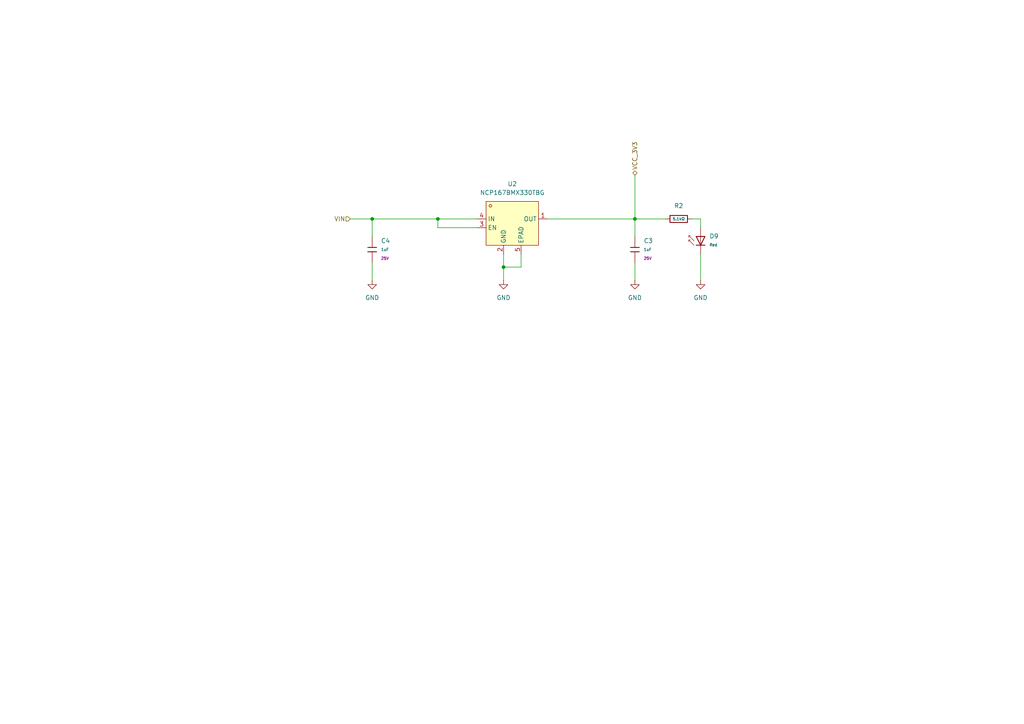
<source format=kicad_sch>
(kicad_sch (version 20250114) (generator "eeschema") (generator_version "9.0")
  (paper "A4")
  (lib_symbols
    (symbol "PCM_JLCPCB-Capacitors:0402,1uF" (pin_numbers (hide yes)) (pin_names (offset 0))
      (property "Reference" "C" (at 2.032 1.668 0))
      (property "Value" "1uF" (at 2.032 -0.3782 0))
      (property "Voltage Rated" "25V" (at 2.032 -2.0462 0))
      (symbol "0402,1uF_0_1"
        (polyline (pts (xy -1.27 0.635) (xy 1.27 0.635)) (stroke (width 0.254)))
        (polyline (pts (xy -1.27 -0.635) (xy 1.27 -0.635)) (stroke (width 0.254)))
      )
      (symbol "0402,1uF_1_1"
        (pin passive line (at 0 3.81 270) (length 3.175) (name "~") (number "1"))
        (pin passive line (at 0 -3.81 90) (length 3.175) (name "~") (number "2"))
      )
    )
    (symbol "PCM_JLCPCB-Diodes:LED,0603,Red" (pin_numbers (hide yes)) (pin_names (offset 0))
      (property "Reference" "D" (at 2.032 0.834 0))
      (property "Value" "Red" (at 2.032 -1.2122 0))
      (symbol "LED,0603,Red_0_1"
        (polyline (pts (xy -1.905 0) (xy -3.429 1.524) (xy -3.429 1.016) (xy -3.429 1.524) (xy -2.921 1.524)) (stroke (width 0.127)))
        (polyline (pts (xy -1.905 -1.27) (xy -3.429 0.254) (xy -3.429 -0.254) (xy -3.429 0.254) (xy -2.921 0.254)) (stroke (width 0.127)))
        (polyline (pts (xy -1.27 1.27) (xy 0 -1.27) (xy 1.27 1.27) (xy -1.27 1.27)) (stroke (width 0.254)))
        (polyline (pts (xy -1.27 -1.27) (xy 1.27 -1.27)) (stroke (width 0.254)))
      )
      (symbol "LED,0603,Red_1_1"
        (pin passive line (at 0 3.81 270) (length 3.81) (name "~") (number "2"))
        (pin passive line (at 0 -3.81 90) (length 3.81) (name "~") (number "1"))
      )
    )
    (symbol "PCM_JLCPCB-Resistors:0402,5.1kΩ" (pin_numbers (hide yes)) (pin_names (offset 0))
      (property "Reference" "R" (at 1.778 0 0))
      (property "Value" "5.1kΩ" (at 0 0 90))
      (symbol "0402,5.1kΩ_0_1"
        (rectangle (start -1.016 2.54) (end 1.016 -2.54) (stroke (width 0.254)))
      )
      (symbol "0402,5.1kΩ_1_1"
        (pin passive line (at 0 3.81 270) (length 1.27) (name "~") (number "1"))
        (pin passive line (at 0 -3.81 90) (length 1.27) (name "~") (number "2"))
      )
    )
    (symbol "lcsc-lib:NCP167BMX330TBG"
      (property "Reference" "U" (at 0 7.874 0))
      (property "Value" "NCP167BMX330TBG" (at 0 6.096 0))
      (symbol "NCP167BMX330TBG_0_1"
        (rectangle (start -7.62 5.08) (end 7.62 -7.62) (fill (type background)))
        (circle (center -6.35 3.81) (radius 0.38))
        (pin unspecified line (at -10.16 0 0) (length 2.54) (name "IN") (number "4"))
        (pin unspecified line (at -10.16 -2.54 0) (length 2.54) (name "EN") (number "3"))
        (pin unspecified line (at -2.54 -10.16 90) (length 2.54) (name "GND") (number "2"))
        (pin unspecified line (at 2.54 -10.16 90) (length 2.54) (name "EPAD") (number "5"))
        (pin unspecified line (at 10.16 0 180) (length 2.54) (name "OUT") (number "1"))
      )
    )
    (symbol "power:GND" (power) (pin_numbers (hide yes)) (pin_names (offset 0) (hide yes))
      (property "Value" "GND" (at 0 -3.81 0))
      (symbol "GND_0_1"
        (polyline (pts (xy 0 0) (xy 0 -1.27) (xy 1.27 -1.27) (xy 0 -2.54) (xy -1.27 -1.27) (xy 0 -1.27)))
      )
      (symbol "GND_1_1"
        (pin power_in line (at 0 0 270) (length 0) (name "~") (number "1"))
      )
    )
  )
  (junction (at 146.05 77.47))
  (junction (at 127 63.5))
  (junction (at 184.15 63.5))
  (junction (at 107.95 63.5))
  (wire (pts (xy 203.2 63.5) (xy 203.2 66.04)))
  (wire (pts (xy 151.13 77.47) (xy 146.05 77.47)))
  (wire (pts (xy 107.95 76.2) (xy 107.95 81.28)))
  (wire (pts (xy 184.15 63.5) (xy 184.15 68.58)))
  (wire (pts (xy 127 66.04) (xy 127 63.5)))
  (wire (pts (xy 203.2 73.66) (xy 203.2 81.28)))
  (wire (pts (xy 107.95 63.5) (xy 127 63.5)))
  (wire (pts (xy 146.05 77.47) (xy 146.05 81.28)))
  (wire (pts (xy 146.05 73.66) (xy 146.05 77.47)))
  (wire (pts (xy 107.95 63.5) (xy 107.95 68.58)))
  (wire (pts (xy 151.13 73.66) (xy 151.13 77.47)))
  (wire (pts (xy 158.75 63.5) (xy 184.15 63.5)))
  (wire (pts (xy 101.6 63.5) (xy 107.95 63.5)))
  (wire (pts (xy 184.15 76.2) (xy 184.15 81.28)))
  (wire (pts (xy 200.66 63.5) (xy 203.2 63.5)))
  (wire (pts (xy 127 63.5) (xy 138.43 63.5)))
  (wire (pts (xy 184.15 63.5) (xy 193.04 63.5)))
  (wire (pts (xy 184.15 50.8) (xy 184.15 63.5)))
  (wire (pts (xy 138.43 66.04) (xy 127 66.04)))
  (hierarchical_label "VCC_3V3" (shape bidirectional) (at 184.15 50.8 90))
  (hierarchical_label "VIN" (shape input) (at 101.6 63.5 180))
  (symbol (lib_id "power:GND") (at 107.95 81.28 0) (unit 1)
    (property "Reference" "#PWR018" (effects (hide yes)))
    (property "Value" "GND" (at 107.95 86.36 0))
    (property "Description" "Power symbol creates a global label with name \"GND\" , ground" (effects (hide yes)))
  )
  (symbol (lib_id "PCM_JLCPCB-Diodes:LED,0603,Red") (at 203.2 69.85 0) (unit 1)
    (property "Reference" "D9" (at 205.74 68.4846 0) (effects (justify left)))
    (property "Value" "Red" (at 205.74 71.0247 0) (effects (font (size 0.8 0.8)) (justify left)))
    (property "Footprint" "PCM_JLCPCB:D_0603" (effects (hide yes)))
    (property "Datasheet" "https://www.lcsc.com/datasheet/lcsc_datasheet_1810231112_Hubei-KENTO-Elec-KT-0603R_C2286.pdf" (effects (hide yes)))
    (property "Description" "-40°C~+85°C Red 0603 LED Indication - Discrete ROHS" (effects (hide yes)))
    (property "LCSC" "C2286" (effects (hide yes)))
    (property "Stock" "3628751" (effects (hide yes)))
    (property "Price" "0.009USD" (effects (hide yes)))
    (property "Process" "SMT" (effects (hide yes)))
    (property "Minimum Qty" "20" (effects (hide yes)))
    (property "Attrition Qty" "6" (effects (hide yes)))
    (property "Class" "Basic Component" (effects (hide yes)))
    (property "Category" "Optocouplers & LEDs & Infrared,Light Emitting Diodes (LED)" (effects (hide yes)))
    (property "Manufacturer" "Hubei KENTO Elec" (effects (hide yes)))
    (property "Part" "KT-0603R" (effects (hide yes)))
  )
  (symbol (lib_id "PCM_JLCPCB-Capacitors:0402,1uF") (at 184.15 72.39 0) (unit 1)
    (property "Reference" "C3" (at 186.69 69.8499 0) (effects (justify left)))
    (property "Value" "1uF" (at 186.69 72.39 0) (effects (font (size 0.8 0.8)) (justify left)))
    (property "Footprint" "PCM_JLCPCB:C_0402" (effects (hide yes)))
    (property "Datasheet" "https://www.lcsc.com/datasheet/lcsc_datasheet_2304140030_Samsung-Electro-Mechanics-CL05A105KA5NQNC_C52923.pdf" (effects (hide yes)))
    (property "Description" "25V 1uF X5R ±10% 0402 Multilayer Ceramic Capacitors MLCC - SMD/SMT ROHS" (effects (hide yes)))
    (property "LCSC" "C52923" (effects (hide yes)))
    (property "Stock" "9606588" (effects (hide yes)))
    (property "Price" "0.006USD" (effects (hide yes)))
    (property "Process" "SMT" (effects (hide yes)))
    (property "Minimum Qty" "20" (effects (hide yes)))
    (property "Attrition Qty" "10" (effects (hide yes)))
    (property "Class" "Basic Component" (effects (hide yes)))
    (property "Category" "Capacitors,Multilayer Ceramic Capacitors MLCC - SMD/SMT" (effects (hide yes)))
    (property "Manufacturer" "Samsung Electro-Mechanics" (effects (hide yes)))
    (property "Part" "CL05A105KA5NQNC" (effects (hide yes)))
    (property "Voltage Rated" "25V" (at 186.69 74.93 0) (effects (font (size 0.8 0.8)) (justify left)))
    (property "Tolerance" "±10%" (effects (hide yes)))
    (property "Capacitance" "1uF" (effects (hide yes)))
    (property "Temperature Coefficient" "X5R" (effects (hide yes)))
  )
  (symbol (lib_id "PCM_JLCPCB-Capacitors:0402,1uF") (at 107.95 72.39 0) (unit 1)
    (property "Reference" "C4" (at 110.49 69.8499 0) (effects (justify left)))
    (property "Value" "1uF" (at 110.49 72.39 0) (effects (font (size 0.8 0.8)) (justify left)))
    (property "Footprint" "PCM_JLCPCB:C_0402" (effects (hide yes)))
    (property "Datasheet" "https://www.lcsc.com/datasheet/lcsc_datasheet_2304140030_Samsung-Electro-Mechanics-CL05A105KA5NQNC_C52923.pdf" (effects (hide yes)))
    (property "Description" "25V 1uF X5R ±10% 0402 Multilayer Ceramic Capacitors MLCC - SMD/SMT ROHS" (effects (hide yes)))
    (property "LCSC" "C52923" (effects (hide yes)))
    (property "Stock" "9606588" (effects (hide yes)))
    (property "Price" "0.006USD" (effects (hide yes)))
    (property "Process" "SMT" (effects (hide yes)))
    (property "Minimum Qty" "20" (effects (hide yes)))
    (property "Attrition Qty" "10" (effects (hide yes)))
    (property "Class" "Basic Component" (effects (hide yes)))
    (property "Category" "Capacitors,Multilayer Ceramic Capacitors MLCC - SMD/SMT" (effects (hide yes)))
    (property "Manufacturer" "Samsung Electro-Mechanics" (effects (hide yes)))
    (property "Part" "CL05A105KA5NQNC" (effects (hide yes)))
    (property "Voltage Rated" "25V" (at 110.49 74.93 0) (effects (font (size 0.8 0.8)) (justify left)))
    (property "Tolerance" "±10%" (effects (hide yes)))
    (property "Capacitance" "1uF" (effects (hide yes)))
    (property "Temperature Coefficient" "X5R" (effects (hide yes)))
  )
  (symbol (lib_id "PCM_JLCPCB-Resistors:0402,5.1kΩ") (at 196.85 63.5 90) (unit 1)
    (property "Reference" "R2" (at 196.85 59.69 90))
    (property "Value" "5.1kΩ" (at 196.85 63.5 90) (effects (font (size 0.8 0.8))))
    (property "Footprint" "PCM_JLCPCB:R_0402" (effects (hide yes)))
    (property "Datasheet" "https://www.lcsc.com/datasheet/lcsc_datasheet_2206010045_UNI-ROYAL-Uniroyal-Elec-0402WGF5101TCE_C25905.pdf" (effects (hide yes)))
    (property "Description" "62.5mW Thick Film Resistors 50V ±100ppm/°C ±1% 5.1kΩ 0402 Chip Resistor - Surface Mount ROHS" (effects (hide yes)))
    (property "LCSC" "C25905" (effects (hide yes)))
    (property "Stock" "2884836" (effects (hide yes)))
    (property "Price" "0.004USD" (effects (hide yes)))
    (property "Process" "SMT" (effects (hide yes)))
    (property "Minimum Qty" "20" (effects (hide yes)))
    (property "Attrition Qty" "10" (effects (hide yes)))
    (property "Class" "Basic Component" (effects (hide yes)))
    (property "Category" "Resistors,Chip Resistor - Surface Mount" (effects (hide yes)))
    (property "Manufacturer" "UNI-ROYAL(Uniroyal Elec)" (effects (hide yes)))
    (property "Part" "0402WGF5101TCE" (effects (hide yes)))
    (property "Resistance" "5.1kΩ" (effects (hide yes)))
    (property "Power(Watts)" "62.5mW" (effects (hide yes)))
    (property "Type" "Thick Film Resistors" (effects (hide yes)))
    (property "Overload Voltage (Max)" "50V" (effects (hide yes)))
    (property "Operating Temperature Range" "-55°C~+155°C" (effects (hide yes)))
    (property "Tolerance" "±1%" (effects (hide yes)))
    (property "Temperature Coefficient" "±100ppm/°C" (effects (hide yes)))
  )
  (symbol (lib_id "lcsc-lib:NCP167BMX330TBG") (at 148.59 63.5 0) (unit 1)
    (property "Reference" "U2" (at 148.59 53.34 0))
    (property "Value" "NCP167BMX330TBG" (at 148.59 55.88 0))
    (property "Footprint" "lcsc-lib:XDFN-4_L1.0-W1.0-P0.65-BL-EP" (effects (hide yes)))
    (property "LCSC Part" "C892227" (effects (hide yes)))
  )
  (symbol (lib_id "power:GND") (at 146.05 81.28 0) (unit 1)
    (property "Reference" "#PWR017" (effects (hide yes)))
    (property "Value" "GND" (at 146.05 86.36 0))
    (property "Description" "Power symbol creates a global label with name \"GND\" , ground" (effects (hide yes)))
  )
  (symbol (lib_id "power:GND") (at 184.15 81.28 0) (unit 1)
    (property "Reference" "#PWR019" (effects (hide yes)))
    (property "Value" "GND" (at 184.15 86.36 0))
    (property "Description" "Power symbol creates a global label with name \"GND\" , ground" (effects (hide yes)))
  )
  (symbol (lib_id "power:GND") (at 203.2 81.28 0) (unit 1)
    (property "Reference" "#PWR020" (effects (hide yes)))
    (property "Value" "GND" (at 203.2 86.36 0))
    (property "Description" "Power symbol creates a global label with name \"GND\" , ground" (effects (hide yes)))
  )
)
</source>
